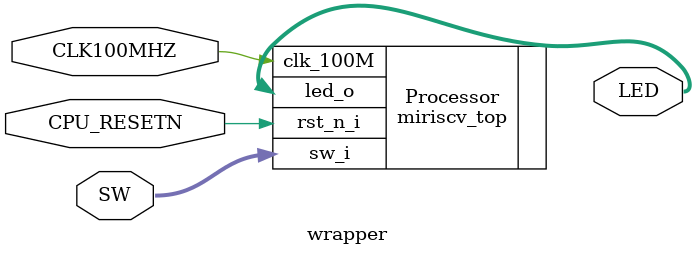
<source format=v>
`timescale 1ns / 1ps

module wrapper(
               input         CLK100MHZ,
               input         CPU_RESETN,
               input  [15:0] SW,
               output [15:0] LED
               );


//wire reset = 1'b1;
//assign LED = SW;
miriscv_top Processor ( .clk_100M(CLK100MHZ), .rst_n_i(CPU_RESETN), .sw_i(SW[15:0]), .led_o(LED[15:0]) );

endmodule

</source>
